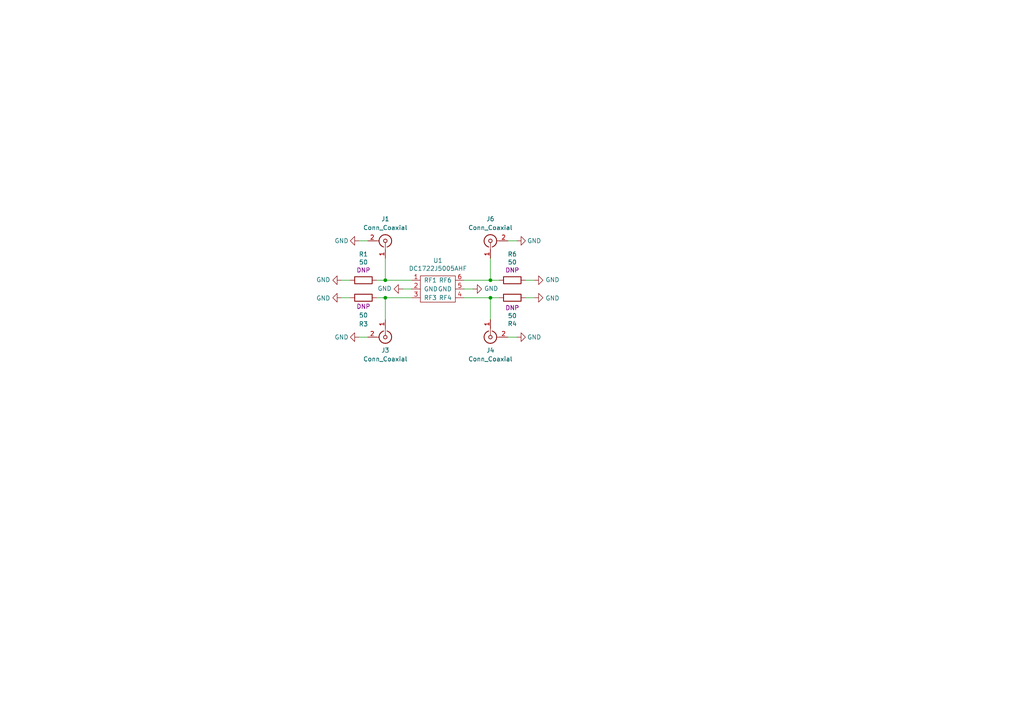
<source format=kicad_sch>
(kicad_sch (version 20230121) (generator eeschema)
  (paper "A4")
  (lib_symbols
    (symbol "Connector:Conn_Coaxial" (pin_names (offset 1.016) hide)
      (property "Reference" "J" (at 0.254 3.048 0))
      (property "Value" "Conn_Coaxial" (at 2.921 0 90))
      (symbol "Conn_Coaxial_0_1"
        (arc (start -1.778 -0.508) (mid 0.2311 -1.8066) (end 1.778 0) (stroke (width 0.254)))
        (polyline (pts (xy -2.54 0) (xy -0.508 0)))
        (polyline (pts (xy 0 -2.54) (xy 0 -1.778)))
        (circle (center 0 0) (radius 0.508) (stroke (width 0.2032)))
        (arc (start 1.778 0) (mid 0.2099 1.8101) (end -1.778 0.508) (stroke (width 0.254)))
      )
      (symbol "Conn_Coaxial_1_1"
        (pin passive line (at -5.08 0 0) (length 2.54) (name "In") (number "1"))
        (pin passive line (at 0 -5.08 90) (length 2.54) (name "Ext") (number "2"))
      )
    )
    (symbol "DC1722J5005AHF:DC1722J5005AHF" (pin_names (offset 1.016))
      (property "Reference" "U" (at 0 5.08 0))
      (property "Value" "DC1722J5005AHF" (at 0 -5.08 0))
      (symbol "DC1722J5005AHF_0_1"
        (rectangle (start -5.08 3.81) (end 5.08 -3.81))
      )
      (symbol "DC1722J5005AHF_1_1"
        (pin passive line (at -7.62 2.54 0) (length 2.54) (name "RF1") (number "1"))
        (pin power_in line (at -7.62 0 0) (length 2.54) (name "GND") (number "2"))
        (pin passive line (at -7.62 -2.54 0) (length 2.54) (name "RF3") (number "3"))
        (pin passive line (at 7.62 -2.54 180) (length 2.54) (name "RF4") (number "4"))
        (pin power_in line (at 7.62 0 180) (length 2.54) (name "GND") (number "5"))
        (pin passive line (at 7.62 2.54 180) (length 2.54) (name "RF6") (number "6"))
      )
    )
    (symbol "Device:R" (pin_numbers hide) (pin_names (offset 0))
      (property "Reference" "R" (at 2.032 0 90))
      (property "Value" "R" (at 0 0 90))
      (symbol "R_0_1"
        (rectangle (start -1.016 -2.54) (end 1.016 2.54) (stroke (width 0.254)))
      )
      (symbol "R_1_1"
        (pin passive line (at 0 3.81 270) (length 1.27) (name "~") (number "1"))
        (pin passive line (at 0 -3.81 90) (length 1.27) (name "~") (number "2"))
      )
    )
    (symbol "power:GND" (power) (pin_names (offset 0))
      (property "Value" "GND" (at 0 -3.81 0))
      (symbol "GND_0_1"
        (polyline (pts (xy 0 0) (xy 0 -1.27) (xy 1.27 -1.27) (xy 0 -2.54) (xy -1.27 -1.27) (xy 0 -1.27)))
      )
      (symbol "GND_1_1"
        (pin power_in line (at 0 0 270) (length 0) hide (name "GND") (number "1"))
      )
    )
  )
  (junction (at 142.24 81.28))
  (junction (at 111.76 86.36))
  (junction (at 142.24 86.36))
  (junction (at 111.76 81.28))
  (wire (pts (xy 134.62 83.82) (xy 137.16 83.82)))
  (wire (pts (xy 101.6 86.36) (xy 99.06 86.36)))
  (wire (pts (xy 147.32 69.85) (xy 149.86 69.85)))
  (wire (pts (xy 147.32 97.79) (xy 149.86 97.79)))
  (wire (pts (xy 101.6 81.28) (xy 99.06 81.28)))
  (wire (pts (xy 111.76 92.71) (xy 111.76 86.36)))
  (wire (pts (xy 111.76 86.36) (xy 109.22 86.36)))
  (wire (pts (xy 119.38 83.82) (xy 116.84 83.82)))
  (wire (pts (xy 152.4 81.28) (xy 154.94 81.28)))
  (wire (pts (xy 142.24 81.28) (xy 144.78 81.28)))
  (wire (pts (xy 134.62 86.36) (xy 142.24 86.36)))
  (wire (pts (xy 142.24 92.71) (xy 142.24 86.36)))
  (wire (pts (xy 106.68 97.79) (xy 104.14 97.79)))
  (wire (pts (xy 111.76 81.28) (xy 109.22 81.28)))
  (wire (pts (xy 142.24 86.36) (xy 144.78 86.36)))
  (wire (pts (xy 119.38 86.36) (xy 111.76 86.36)))
  (wire (pts (xy 134.62 81.28) (xy 142.24 81.28)))
  (wire (pts (xy 106.68 69.85) (xy 104.14 69.85)))
  (wire (pts (xy 142.24 74.93) (xy 142.24 81.28)))
  (wire (pts (xy 152.4 86.36) (xy 154.94 86.36)))
  (wire (pts (xy 119.38 81.28) (xy 111.76 81.28)))
  (wire (pts (xy 111.76 74.93) (xy 111.76 81.28)))
  (symbol (lib_id "DC1722J5005AHF:DC1722J5005AHF") (at 127 83.82 0) (unit 1)
    (property "Reference" "U1" (at 127 75.565 0))
    (property "Value" "DC1722J5005AHF" (at 127 77.8764 0))
    (property "Footprint" "RF_Converter:Anaren_0805_2012Metric-6" (effects hide))
  )
  (symbol (lib_id "Connector:Conn_Coaxial") (at 142.24 69.85 90) (unit 1)
    (property "Reference" "J6" (at 142.24 63.5 90))
    (property "Value" "Conn_Coaxial" (at 142.24 66.04 90))
    (property "Footprint" "gsg-modules:SMA-73251-2120" (effects hide))
    (property "Datasheet" " ~" (effects hide))
  )
  (symbol (lib_id "power:GND") (at 137.16 83.82 90) (unit 1)
    (property "Reference" "#PWR06" (effects hide))
    (property "Value" "GND" (at 140.4112 83.693 90) (effects (justify right)))
  )
  (symbol (lib_id "power:GND") (at 149.86 69.85 90) (unit 1)
    (property "Reference" "#PWR07" (effects hide))
    (property "Value" "GND" (at 154.94 69.85 90))
  )
  (symbol (lib_id "Device:R") (at 148.59 81.28 270) (unit 1)
    (property "Reference" "R6" (at 148.59 73.7362 90))
    (property "Value" "50" (at 148.59 76.0476 90))
    (property "Footprint" "Resistor_SMD:R_0402_1005Metric" (effects hide))
    (property "Note" "DNP" (at 148.59 78.359 90))
  )
  (symbol (lib_id "power:GND") (at 154.94 81.28 90) (unit 1)
    (property "Reference" "#PWR09" (effects hide))
    (property "Value" "GND" (at 158.1912 81.153 90) (effects (justify right)))
  )
  (symbol (lib_id "Connector:Conn_Coaxial") (at 142.24 97.79 90) (mirror x) (unit 1)
    (property "Reference" "J4" (at 142.24 101.6 90))
    (property "Value" "Conn_Coaxial" (at 142.24 104.14 90))
    (property "Footprint" "gsg-modules:SMA-73251-2120" (effects hide))
    (property "Datasheet" " ~" (effects hide))
  )
  (symbol (lib_id "power:GND") (at 149.86 97.79 90) (mirror x) (unit 1)
    (property "Reference" "#PWR08" (effects hide))
    (property "Value" "GND" (at 154.94 97.79 90))
  )
  (symbol (lib_id "Device:R") (at 148.59 86.36 270) (mirror x) (unit 1)
    (property "Reference" "R4" (at 148.59 93.9038 90))
    (property "Value" "50" (at 148.59 91.5924 90))
    (property "Footprint" "Resistor_SMD:R_0402_1005Metric" (effects hide))
    (property "Note" "DNP" (at 148.59 89.281 90))
  )
  (symbol (lib_id "power:GND") (at 154.94 86.36 90) (mirror x) (unit 1)
    (property "Reference" "#PWR010" (effects hide))
    (property "Value" "GND" (at 158.1912 86.487 90) (effects (justify right)))
  )
  (symbol (lib_id "Connector:Conn_Coaxial") (at 111.76 69.85 270) (mirror x) (unit 1)
    (property "Reference" "J1" (at 111.76 63.5 90))
    (property "Value" "Conn_Coaxial" (at 111.76 66.04 90))
    (property "Footprint" "gsg-modules:SMA-73251-2120" (effects hide))
    (property "Datasheet" " ~" (effects hide))
  )
  (symbol (lib_id "power:GND") (at 116.84 83.82 270) (mirror x) (unit 1)
    (property "Reference" "#PWR05" (effects hide))
    (property "Value" "GND" (at 113.5888 83.693 90) (effects (justify right)))
  )
  (symbol (lib_id "power:GND") (at 104.14 69.85 270) (mirror x) (unit 1)
    (property "Reference" "#PWR03" (effects hide))
    (property "Value" "GND" (at 99.06 69.85 90))
  )
  (symbol (lib_id "Device:R") (at 105.41 81.28 90) (mirror x) (unit 1)
    (property "Reference" "R1" (at 105.41 73.7362 90))
    (property "Value" "50" (at 105.41 76.0476 90))
    (property "Footprint" "Resistor_SMD:R_0402_1005Metric" (effects hide))
    (property "Note" "DNP" (at 105.41 78.359 90))
  )
  (symbol (lib_id "power:GND") (at 99.06 81.28 270) (mirror x) (unit 1)
    (property "Reference" "#PWR01" (effects hide))
    (property "Value" "GND" (at 95.8088 81.153 90) (effects (justify right)))
  )
  (symbol (lib_id "Connector:Conn_Coaxial") (at 111.76 97.79 270) (unit 1)
    (property "Reference" "J3" (at 111.76 101.6 90))
    (property "Value" "Conn_Coaxial" (at 111.76 104.14 90))
    (property "Footprint" "gsg-modules:SMA-73251-2120" (effects hide))
    (property "Datasheet" " ~" (effects hide))
  )
  (symbol (lib_id "power:GND") (at 104.14 97.79 270) (unit 1)
    (property "Reference" "#PWR04" (effects hide))
    (property "Value" "GND" (at 99.06 97.79 90))
  )
  (symbol (lib_id "Device:R") (at 105.41 86.36 90) (unit 1)
    (property "Reference" "R3" (at 105.41 93.98 90))
    (property "Value" "50" (at 105.41 91.44 90))
    (property "Footprint" "Resistor_SMD:R_0402_1005Metric" (effects hide))
    (property "Note" "DNP" (at 105.41 88.9 90))
  )
  (symbol (lib_id "power:GND") (at 99.06 86.36 270) (unit 1)
    (property "Reference" "#PWR02" (effects hide))
    (property "Value" "GND" (at 95.8088 86.487 90) (effects (justify right)))
  )
)
</source>
